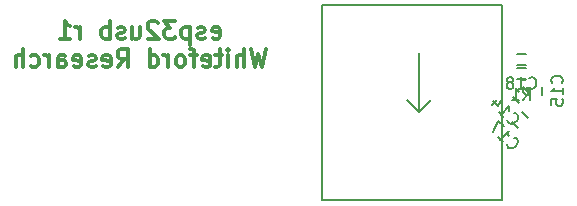
<source format=gbo>
G04 #@! TF.FileFunction,Legend,Bot*
%FSLAX46Y46*%
G04 Gerber Fmt 4.6, Leading zero omitted, Abs format (unit mm)*
G04 Created by KiCad (PCBNEW (2015-11-24 BZR 6329)-product) date Sat 01 Oct 2016 01:52:16 AM EDT*
%MOMM*%
G01*
G04 APERTURE LIST*
%ADD10C,0.100000*%
%ADD11C,0.300000*%
%ADD12C,0.150000*%
G04 APERTURE END LIST*
D10*
D11*
X148890857Y-99737143D02*
X149033714Y-99808571D01*
X149319428Y-99808571D01*
X149462285Y-99737143D01*
X149533714Y-99594286D01*
X149533714Y-99022857D01*
X149462285Y-98880000D01*
X149319428Y-98808571D01*
X149033714Y-98808571D01*
X148890857Y-98880000D01*
X148819428Y-99022857D01*
X148819428Y-99165714D01*
X149533714Y-99308571D01*
X148248000Y-99737143D02*
X148105143Y-99808571D01*
X147819428Y-99808571D01*
X147676571Y-99737143D01*
X147605143Y-99594286D01*
X147605143Y-99522857D01*
X147676571Y-99380000D01*
X147819428Y-99308571D01*
X148033714Y-99308571D01*
X148176571Y-99237143D01*
X148248000Y-99094286D01*
X148248000Y-99022857D01*
X148176571Y-98880000D01*
X148033714Y-98808571D01*
X147819428Y-98808571D01*
X147676571Y-98880000D01*
X146962285Y-98808571D02*
X146962285Y-100308571D01*
X146962285Y-98880000D02*
X146819428Y-98808571D01*
X146533714Y-98808571D01*
X146390857Y-98880000D01*
X146319428Y-98951429D01*
X146247999Y-99094286D01*
X146247999Y-99522857D01*
X146319428Y-99665714D01*
X146390857Y-99737143D01*
X146533714Y-99808571D01*
X146819428Y-99808571D01*
X146962285Y-99737143D01*
X145747999Y-98308571D02*
X144819428Y-98308571D01*
X145319428Y-98880000D01*
X145105142Y-98880000D01*
X144962285Y-98951429D01*
X144890856Y-99022857D01*
X144819428Y-99165714D01*
X144819428Y-99522857D01*
X144890856Y-99665714D01*
X144962285Y-99737143D01*
X145105142Y-99808571D01*
X145533714Y-99808571D01*
X145676571Y-99737143D01*
X145747999Y-99665714D01*
X144248000Y-98451429D02*
X144176571Y-98380000D01*
X144033714Y-98308571D01*
X143676571Y-98308571D01*
X143533714Y-98380000D01*
X143462285Y-98451429D01*
X143390857Y-98594286D01*
X143390857Y-98737143D01*
X143462285Y-98951429D01*
X144319428Y-99808571D01*
X143390857Y-99808571D01*
X142105143Y-98808571D02*
X142105143Y-99808571D01*
X142748000Y-98808571D02*
X142748000Y-99594286D01*
X142676572Y-99737143D01*
X142533714Y-99808571D01*
X142319429Y-99808571D01*
X142176572Y-99737143D01*
X142105143Y-99665714D01*
X141462286Y-99737143D02*
X141319429Y-99808571D01*
X141033714Y-99808571D01*
X140890857Y-99737143D01*
X140819429Y-99594286D01*
X140819429Y-99522857D01*
X140890857Y-99380000D01*
X141033714Y-99308571D01*
X141248000Y-99308571D01*
X141390857Y-99237143D01*
X141462286Y-99094286D01*
X141462286Y-99022857D01*
X141390857Y-98880000D01*
X141248000Y-98808571D01*
X141033714Y-98808571D01*
X140890857Y-98880000D01*
X140176571Y-99808571D02*
X140176571Y-98308571D01*
X140176571Y-98880000D02*
X140033714Y-98808571D01*
X139748000Y-98808571D01*
X139605143Y-98880000D01*
X139533714Y-98951429D01*
X139462285Y-99094286D01*
X139462285Y-99522857D01*
X139533714Y-99665714D01*
X139605143Y-99737143D01*
X139748000Y-99808571D01*
X140033714Y-99808571D01*
X140176571Y-99737143D01*
X137676571Y-99808571D02*
X137676571Y-98808571D01*
X137676571Y-99094286D02*
X137605143Y-98951429D01*
X137533714Y-98880000D01*
X137390857Y-98808571D01*
X137248000Y-98808571D01*
X135962286Y-99808571D02*
X136819429Y-99808571D01*
X136390857Y-99808571D02*
X136390857Y-98308571D01*
X136533714Y-98522857D01*
X136676572Y-98665714D01*
X136819429Y-98737143D01*
X153426571Y-100708571D02*
X153069428Y-102208571D01*
X152783714Y-101137143D01*
X152498000Y-102208571D01*
X152140857Y-100708571D01*
X151569428Y-102208571D02*
X151569428Y-100708571D01*
X150926571Y-102208571D02*
X150926571Y-101422857D01*
X150998000Y-101280000D01*
X151140857Y-101208571D01*
X151355142Y-101208571D01*
X151498000Y-101280000D01*
X151569428Y-101351429D01*
X150212285Y-102208571D02*
X150212285Y-101208571D01*
X150212285Y-100708571D02*
X150283714Y-100780000D01*
X150212285Y-100851429D01*
X150140857Y-100780000D01*
X150212285Y-100708571D01*
X150212285Y-100851429D01*
X149712285Y-101208571D02*
X149140856Y-101208571D01*
X149497999Y-100708571D02*
X149497999Y-101994286D01*
X149426571Y-102137143D01*
X149283713Y-102208571D01*
X149140856Y-102208571D01*
X148069428Y-102137143D02*
X148212285Y-102208571D01*
X148497999Y-102208571D01*
X148640856Y-102137143D01*
X148712285Y-101994286D01*
X148712285Y-101422857D01*
X148640856Y-101280000D01*
X148497999Y-101208571D01*
X148212285Y-101208571D01*
X148069428Y-101280000D01*
X147997999Y-101422857D01*
X147997999Y-101565714D01*
X148712285Y-101708571D01*
X147569428Y-101208571D02*
X146997999Y-101208571D01*
X147355142Y-102208571D02*
X147355142Y-100922857D01*
X147283714Y-100780000D01*
X147140856Y-100708571D01*
X146997999Y-100708571D01*
X146283713Y-102208571D02*
X146426571Y-102137143D01*
X146497999Y-102065714D01*
X146569428Y-101922857D01*
X146569428Y-101494286D01*
X146497999Y-101351429D01*
X146426571Y-101280000D01*
X146283713Y-101208571D01*
X146069428Y-101208571D01*
X145926571Y-101280000D01*
X145855142Y-101351429D01*
X145783713Y-101494286D01*
X145783713Y-101922857D01*
X145855142Y-102065714D01*
X145926571Y-102137143D01*
X146069428Y-102208571D01*
X146283713Y-102208571D01*
X145140856Y-102208571D02*
X145140856Y-101208571D01*
X145140856Y-101494286D02*
X145069428Y-101351429D01*
X144997999Y-101280000D01*
X144855142Y-101208571D01*
X144712285Y-101208571D01*
X143569428Y-102208571D02*
X143569428Y-100708571D01*
X143569428Y-102137143D02*
X143712285Y-102208571D01*
X143997999Y-102208571D01*
X144140857Y-102137143D01*
X144212285Y-102065714D01*
X144283714Y-101922857D01*
X144283714Y-101494286D01*
X144212285Y-101351429D01*
X144140857Y-101280000D01*
X143997999Y-101208571D01*
X143712285Y-101208571D01*
X143569428Y-101280000D01*
X140855142Y-102208571D02*
X141355142Y-101494286D01*
X141712285Y-102208571D02*
X141712285Y-100708571D01*
X141140857Y-100708571D01*
X140997999Y-100780000D01*
X140926571Y-100851429D01*
X140855142Y-100994286D01*
X140855142Y-101208571D01*
X140926571Y-101351429D01*
X140997999Y-101422857D01*
X141140857Y-101494286D01*
X141712285Y-101494286D01*
X139640857Y-102137143D02*
X139783714Y-102208571D01*
X140069428Y-102208571D01*
X140212285Y-102137143D01*
X140283714Y-101994286D01*
X140283714Y-101422857D01*
X140212285Y-101280000D01*
X140069428Y-101208571D01*
X139783714Y-101208571D01*
X139640857Y-101280000D01*
X139569428Y-101422857D01*
X139569428Y-101565714D01*
X140283714Y-101708571D01*
X138998000Y-102137143D02*
X138855143Y-102208571D01*
X138569428Y-102208571D01*
X138426571Y-102137143D01*
X138355143Y-101994286D01*
X138355143Y-101922857D01*
X138426571Y-101780000D01*
X138569428Y-101708571D01*
X138783714Y-101708571D01*
X138926571Y-101637143D01*
X138998000Y-101494286D01*
X138998000Y-101422857D01*
X138926571Y-101280000D01*
X138783714Y-101208571D01*
X138569428Y-101208571D01*
X138426571Y-101280000D01*
X137140857Y-102137143D02*
X137283714Y-102208571D01*
X137569428Y-102208571D01*
X137712285Y-102137143D01*
X137783714Y-101994286D01*
X137783714Y-101422857D01*
X137712285Y-101280000D01*
X137569428Y-101208571D01*
X137283714Y-101208571D01*
X137140857Y-101280000D01*
X137069428Y-101422857D01*
X137069428Y-101565714D01*
X137783714Y-101708571D01*
X135783714Y-102208571D02*
X135783714Y-101422857D01*
X135855143Y-101280000D01*
X135998000Y-101208571D01*
X136283714Y-101208571D01*
X136426571Y-101280000D01*
X135783714Y-102137143D02*
X135926571Y-102208571D01*
X136283714Y-102208571D01*
X136426571Y-102137143D01*
X136498000Y-101994286D01*
X136498000Y-101851429D01*
X136426571Y-101708571D01*
X136283714Y-101637143D01*
X135926571Y-101637143D01*
X135783714Y-101565714D01*
X135069428Y-102208571D02*
X135069428Y-101208571D01*
X135069428Y-101494286D02*
X134998000Y-101351429D01*
X134926571Y-101280000D01*
X134783714Y-101208571D01*
X134640857Y-101208571D01*
X133498000Y-102137143D02*
X133640857Y-102208571D01*
X133926571Y-102208571D01*
X134069429Y-102137143D01*
X134140857Y-102065714D01*
X134212286Y-101922857D01*
X134212286Y-101494286D01*
X134140857Y-101351429D01*
X134069429Y-101280000D01*
X133926571Y-101208571D01*
X133640857Y-101208571D01*
X133498000Y-101280000D01*
X132855143Y-102208571D02*
X132855143Y-100708571D01*
X132212286Y-102208571D02*
X132212286Y-101422857D01*
X132283715Y-101280000D01*
X132426572Y-101208571D01*
X132640857Y-101208571D01*
X132783715Y-101280000D01*
X132855143Y-101351429D01*
D12*
X158120000Y-96974000D02*
X158120000Y-113474000D01*
X158120000Y-113474000D02*
X172870000Y-113474000D01*
X172870000Y-113474000D02*
X173370000Y-113474000D01*
X173370000Y-113474000D02*
X173370000Y-96974000D01*
X173370000Y-96974000D02*
X158120000Y-96974000D01*
X166370000Y-100974000D02*
X166370000Y-105974000D01*
X166370000Y-105974000D02*
X167370000Y-104974000D01*
X167370000Y-104974000D02*
X166370000Y-105974000D01*
X166370000Y-105974000D02*
X165370000Y-104974000D01*
X174328249Y-104776777D02*
X174823223Y-105271751D01*
X175671751Y-104423223D02*
X175176777Y-103928249D01*
X176800000Y-104550000D02*
X176800000Y-103850000D01*
X175600000Y-103850000D02*
X175600000Y-104550000D01*
X174278249Y-106876777D02*
X174773223Y-107371751D01*
X175621751Y-106523223D02*
X175126777Y-106028249D01*
X174700000Y-102300000D02*
X175400000Y-102300000D01*
X175400000Y-101100000D02*
X174700000Y-101100000D01*
X174700000Y-103250000D02*
X175400000Y-103250000D01*
X175400000Y-102050000D02*
X174700000Y-102050000D01*
X173858527Y-106650610D02*
X173858527Y-106717953D01*
X173925871Y-106852640D01*
X173993214Y-106919984D01*
X174127902Y-106987328D01*
X174262589Y-106987328D01*
X174363604Y-106953656D01*
X174531962Y-106852641D01*
X174632978Y-106751625D01*
X174733993Y-106583266D01*
X174767665Y-106482251D01*
X174767665Y-106347564D01*
X174700321Y-106212877D01*
X174632978Y-106145533D01*
X174498291Y-106078190D01*
X174430947Y-106078190D01*
X173117749Y-106044518D02*
X173521810Y-106448579D01*
X173319780Y-106246549D02*
X174026887Y-105539442D01*
X173993215Y-105707801D01*
X173993215Y-105842488D01*
X174026887Y-105943503D01*
X172983062Y-104967022D02*
X172511657Y-105438427D01*
X173420795Y-104866007D02*
X173084077Y-105539442D01*
X172646344Y-105101709D01*
X178457143Y-103557143D02*
X178504762Y-103509524D01*
X178552381Y-103366667D01*
X178552381Y-103271429D01*
X178504762Y-103128571D01*
X178409524Y-103033333D01*
X178314286Y-102985714D01*
X178123810Y-102938095D01*
X177980952Y-102938095D01*
X177790476Y-102985714D01*
X177695238Y-103033333D01*
X177600000Y-103128571D01*
X177552381Y-103271429D01*
X177552381Y-103366667D01*
X177600000Y-103509524D01*
X177647619Y-103557143D01*
X178552381Y-104509524D02*
X178552381Y-103938095D01*
X178552381Y-104223809D02*
X177552381Y-104223809D01*
X177695238Y-104128571D01*
X177790476Y-104033333D01*
X177838095Y-103938095D01*
X177552381Y-105414286D02*
X177552381Y-104938095D01*
X178028571Y-104890476D01*
X177980952Y-104938095D01*
X177933333Y-105033333D01*
X177933333Y-105271429D01*
X177980952Y-105366667D01*
X178028571Y-105414286D01*
X178123810Y-105461905D01*
X178361905Y-105461905D01*
X178457143Y-105414286D01*
X178504762Y-105366667D01*
X178552381Y-105271429D01*
X178552381Y-105033333D01*
X178504762Y-104938095D01*
X178457143Y-104890476D01*
X173808527Y-108750610D02*
X173808527Y-108817953D01*
X173875871Y-108952640D01*
X173943214Y-109019984D01*
X174077902Y-109087328D01*
X174212589Y-109087328D01*
X174313604Y-109053656D01*
X174481962Y-108952641D01*
X174582978Y-108851625D01*
X174683993Y-108683266D01*
X174717665Y-108582251D01*
X174717665Y-108447564D01*
X174650321Y-108312877D01*
X174582978Y-108245533D01*
X174448291Y-108178190D01*
X174380947Y-108178190D01*
X173067749Y-108144518D02*
X173471810Y-108548579D01*
X173269780Y-108346549D02*
X173976887Y-107639442D01*
X173943215Y-107807801D01*
X173943215Y-107942488D01*
X173976887Y-108043503D01*
X173539154Y-107201709D02*
X173067749Y-106730305D01*
X172663688Y-107740458D01*
X175692857Y-103957143D02*
X175740476Y-104004762D01*
X175883333Y-104052381D01*
X175978571Y-104052381D01*
X176121429Y-104004762D01*
X176216667Y-103909524D01*
X176264286Y-103814286D01*
X176311905Y-103623810D01*
X176311905Y-103480952D01*
X176264286Y-103290476D01*
X176216667Y-103195238D01*
X176121429Y-103100000D01*
X175978571Y-103052381D01*
X175883333Y-103052381D01*
X175740476Y-103100000D01*
X175692857Y-103147619D01*
X174740476Y-104052381D02*
X175311905Y-104052381D01*
X175026191Y-104052381D02*
X175026191Y-103052381D01*
X175121429Y-103195238D01*
X175216667Y-103290476D01*
X175311905Y-103338095D01*
X174169048Y-103480952D02*
X174264286Y-103433333D01*
X174311905Y-103385714D01*
X174359524Y-103290476D01*
X174359524Y-103242857D01*
X174311905Y-103147619D01*
X174264286Y-103100000D01*
X174169048Y-103052381D01*
X173978571Y-103052381D01*
X173883333Y-103100000D01*
X173835714Y-103147619D01*
X173788095Y-103242857D01*
X173788095Y-103290476D01*
X173835714Y-103385714D01*
X173883333Y-103433333D01*
X173978571Y-103480952D01*
X174169048Y-103480952D01*
X174264286Y-103528571D01*
X174311905Y-103576190D01*
X174359524Y-103671429D01*
X174359524Y-103861905D01*
X174311905Y-103957143D01*
X174264286Y-104004762D01*
X174169048Y-104052381D01*
X173978571Y-104052381D01*
X173883333Y-104004762D01*
X173835714Y-103957143D01*
X173788095Y-103861905D01*
X173788095Y-103671429D01*
X173835714Y-103576190D01*
X173883333Y-103528571D01*
X173978571Y-103480952D01*
X175216666Y-105002381D02*
X175550000Y-104526190D01*
X175788095Y-105002381D02*
X175788095Y-104002381D01*
X175407142Y-104002381D01*
X175311904Y-104050000D01*
X175264285Y-104097619D01*
X175216666Y-104192857D01*
X175216666Y-104335714D01*
X175264285Y-104430952D01*
X175311904Y-104478571D01*
X175407142Y-104526190D01*
X175788095Y-104526190D01*
X174264285Y-105002381D02*
X174835714Y-105002381D01*
X174550000Y-105002381D02*
X174550000Y-104002381D01*
X174645238Y-104145238D01*
X174740476Y-104240476D01*
X174835714Y-104288095D01*
M02*

</source>
